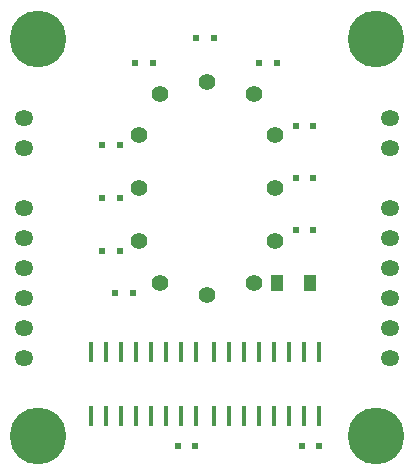
<source format=gbr>
G04 DipTrace 3.1.0.1*
G04 SerialNixieDriver.TopPaste.gbr*
%MOIN*%
G04 #@! TF.FileFunction,Paste,Top*
G04 #@! TF.Part,Single*
%ADD37R,0.015591X0.070709*%
%ADD39R,0.039213X0.054961*%
%ADD45C,0.188819*%
%ADD47C,0.054961*%
%ADD49O,0.061969X0.051969*%
%ADD51R,0.023465X0.023465*%
%FSLAX26Y26*%
G04*
G70*
G90*
G75*
G01*
G04 TopPaste*
%LPD*%
D51*
X984567Y486142D3*
X1043622D3*
X1397953D3*
X1457008D3*
D49*
X472756Y1481417D3*
Y1581417D3*
X1693228Y1481417D3*
Y1581417D3*
X472756Y1181417D3*
Y981417D3*
Y1081417D3*
Y1281417D3*
X1693228Y1181417D3*
Y981417D3*
Y1081417D3*
Y1281417D3*
X472756Y781417D3*
Y881417D3*
X1693228Y781417D3*
Y881417D3*
D47*
X1082992Y1701102D3*
X1309370Y1346772D3*
Y1523937D3*
X1082992Y992441D3*
X1309370Y1169606D3*
X1240472Y1031811D3*
Y1661732D3*
X925512D3*
X856614Y1523937D3*
Y1346772D3*
Y1169606D3*
X925512Y1031811D3*
D45*
X520000Y1842835D3*
X1645984D3*
X520000Y520000D3*
X1645984D3*
D51*
X1106614Y1846772D3*
X1047559D3*
X901890Y1764094D3*
X842835D3*
X1315276D3*
X1256220D3*
X1378268Y1555433D3*
X1437323D3*
X791654Y1492441D3*
X732598D3*
X1378268Y1382205D3*
X1437323D3*
X791654Y1315276D3*
X732598D3*
X1378268Y1208976D3*
X1437323D3*
X791654Y1138110D3*
X732598D3*
D39*
X1315276Y1031811D3*
X1425512D3*
D51*
X834961Y996378D3*
X775906D3*
D37*
X1047559Y799528D3*
X997559D3*
X947559D3*
X897559D3*
X847559D3*
X797559D3*
X747559D3*
X697559D3*
Y586929D3*
X747559D3*
X797559D3*
X847559D3*
X897559D3*
X947559D3*
X997559D3*
X1047559D3*
X1457008Y799528D3*
X1407008D3*
X1357008D3*
X1307008D3*
X1257008D3*
X1207008D3*
X1157008D3*
X1107008D3*
Y586929D3*
X1157008D3*
X1207008D3*
X1257008D3*
X1307008D3*
X1357008D3*
X1407008D3*
X1457008D3*
M02*

</source>
